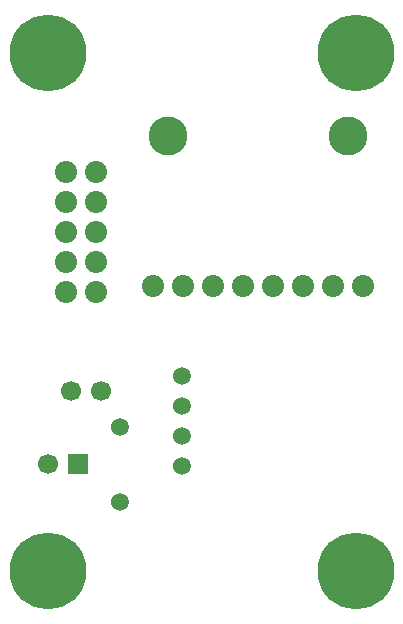
<source format=gbr>
%TF.GenerationSoftware,KiCad,Pcbnew,(5.1.6)-1*%
%TF.CreationDate,2020-11-07T19:51:12-05:00*%
%TF.ProjectId,SatelliteMush,53617465-6c6c-4697-9465-4d7573682e6b,rev?*%
%TF.SameCoordinates,Original*%
%TF.FileFunction,Soldermask,Top*%
%TF.FilePolarity,Negative*%
%FSLAX46Y46*%
G04 Gerber Fmt 4.6, Leading zero omitted, Abs format (unit mm)*
G04 Created by KiCad (PCBNEW (5.1.6)-1) date 2020-11-07 19:51:12*
%MOMM*%
%LPD*%
G01*
G04 APERTURE LIST*
%ADD10C,1.700000*%
%ADD11C,3.300000*%
%ADD12C,1.878000*%
%ADD13R,1.700000X1.700000*%
%ADD14C,6.500000*%
%ADD15C,1.522400*%
G04 APERTURE END LIST*
D10*
%TO.C,C1*%
X151805000Y-97790000D03*
X154305000Y-97790000D03*
%TD*%
D11*
%TO.C,U2*%
X175260000Y-76200000D03*
X160020000Y-76200000D03*
D12*
X158750000Y-88900000D03*
X161290000Y-88900000D03*
X163830000Y-88900000D03*
X166370000Y-88900000D03*
X168910000Y-88900000D03*
X171450000Y-88900000D03*
X173990000Y-88900000D03*
X176530000Y-88900000D03*
%TD*%
D10*
%TO.C,C2*%
X149900000Y-104013000D03*
D13*
X152400000Y-104013000D03*
%TD*%
D14*
%TO.C,REF\u002A\u002A*%
X175895000Y-113030000D03*
%TD*%
%TO.C,REF\u002A\u002A*%
X149860000Y-113030000D03*
%TD*%
%TO.C,REF\u002A\u002A*%
X149860000Y-69215000D03*
%TD*%
%TO.C,REF\u002A\u002A*%
X175895000Y-69215000D03*
%TD*%
D15*
%TO.C,U1*%
X161163000Y-96520000D03*
X161163000Y-104140000D03*
X161163000Y-101600000D03*
X161163000Y-99060000D03*
%TD*%
%TO.C,R1*%
X155956000Y-107188000D03*
X155956000Y-100838000D03*
%TD*%
D12*
%TO.C,J1*%
X151384000Y-86868000D03*
X151384000Y-89408000D03*
X151384000Y-84328000D03*
X151384000Y-81788000D03*
X151384000Y-79248000D03*
X153924000Y-79248000D03*
X153924000Y-86868000D03*
X153924000Y-89408000D03*
X153924000Y-84328000D03*
X153924000Y-81788000D03*
%TD*%
M02*

</source>
